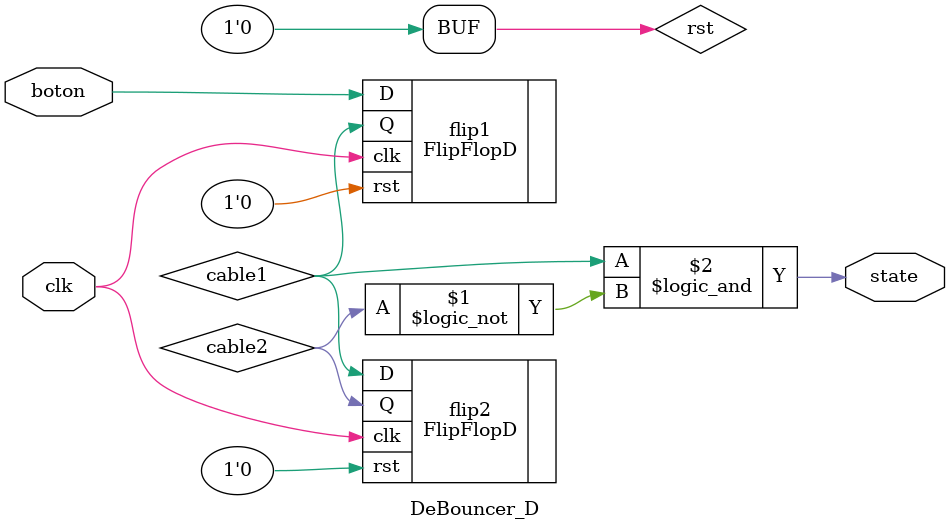
<source format=v>
module DeBouncer_D(clk, boton, state);
  input clk, boton;
  wire cable1, cable2;
  output state;
  reg rst = 1'b0;

  FlipFlopD flip1(
    .D(boton), 
    .clk(clk),
    .rst(rst), 
    .Q(cable1));
    
  FlipFlopD flip2(
    .D(cable1), 
    .clk(clk),
    .rst(rst), 
    .Q(cable2));
 
 assign state = cable1 && !cable2;
    
endmodule
</source>
